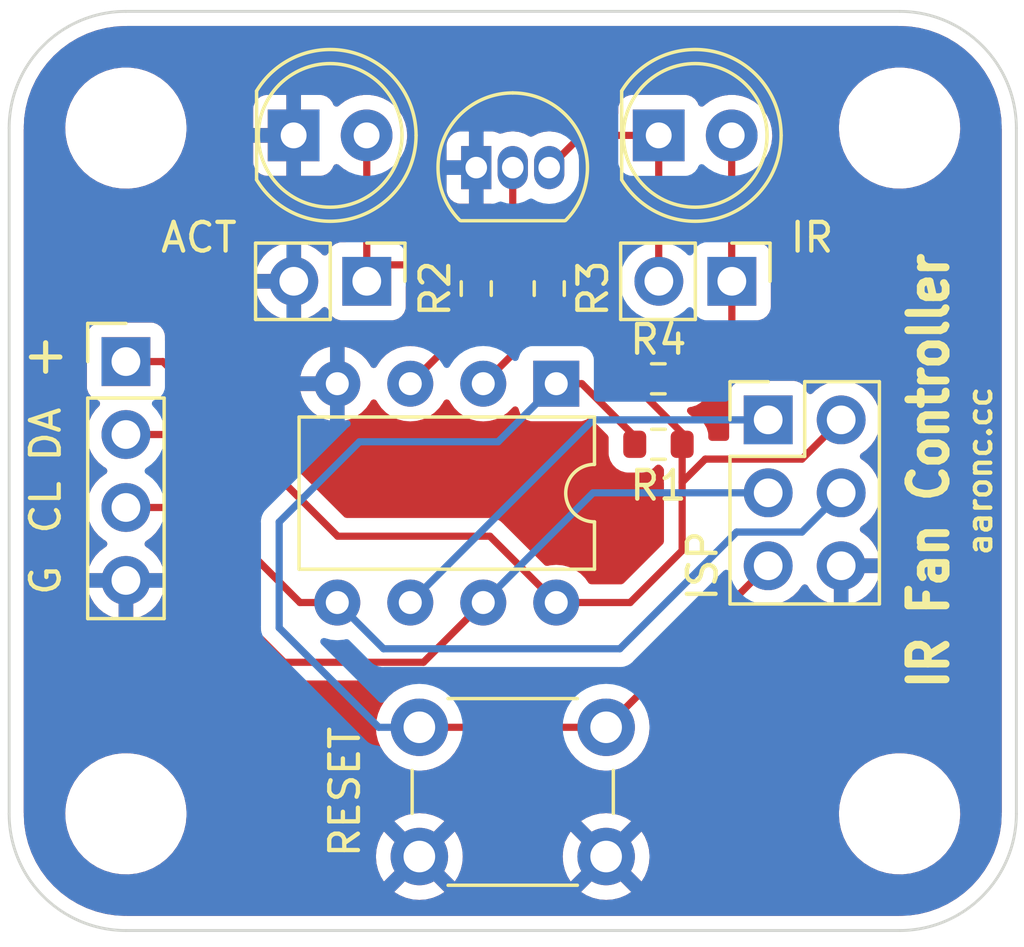
<source format=kicad_pcb>
(kicad_pcb (version 20211014) (generator pcbnew)
  (layers (0 "F.Cu" signal) (31 "B.Cu" signal) (34 "B.Paste" user) (35 "F.Paste" user) (36 "B.SilkS" user "B.Silkscreen") (37 "F.SilkS" user "F.Silkscreen") (38 "B.Mask" user) (39 "F.Mask" user) (44 "Edge.Cuts" user))
  (net 0 "")
  (net 1 "GND")
  (net 2 "Net-(D1-Pad2)")
  (net 3 "Net-(D2-Pad1)")
  (net 4 "Net-(D2-Pad2)")
  (net 5 "MISO")
  (net 6 "VCC")
  (net 7 "SCK")
  (net 8 "MOSI")
  (net 9 "RESET")
  (net 10 "Net-(Q1-Pad2)")
  (net 11 "ACT_LED")
  (net 12 "IR_LED")
  (footprint "Connector_PinHeader_2.54mm:PinHeader_2x03_P2.54mm_Vertical" (layer "F.Cu") (at 123.444 134.62)
    (fp_text reference "J1" hide)
    (fp_text value "Conn_02x03_Odd_Even" hide)
    (fp_line (start -1.33 6.41) (end 3.87 6.41) (layer "F.SilkS") (width 0.12))
    (fp_line (start -1.33 1.27) (end -1.33 6.41) (layer "F.SilkS") (width 0.12))
    (fp_line (start -1.33 -1.33) (end 0 -1.33) (layer "F.SilkS") (width 0.12))
    (fp_line (start 1.27 -1.33) (end 3.87 -1.33) (layer "F.SilkS") (width 0.12))
    (fp_line (start 3.87 -1.33) (end 3.87 6.41) (layer "F.SilkS") (width 0.12))
    (fp_line (start -1.33 0) (end -1.33 -1.33) (layer "F.SilkS") (width 0.12))
    (fp_line (start -1.33 1.27) (end 1.27 1.27) (layer "F.SilkS") (width 0.12))
    (fp_line (start 1.27 1.27) (end 1.27 -1.33) (layer "F.SilkS") (width 0.12))
    (pad "1" thru_hole rect locked (at 0 0) (size 1.7 1.7) (drill 1) (layers *.Cu *.Mask) (net 5 "MISO"))
    (pad "2" thru_hole oval locked (at 2.54 0) (size 1.7 1.7) (drill 1) (layers *.Cu *.Mask) (net 6 "VCC"))
    (pad "3" thru_hole oval locked (at 0 2.54) (size 1.7 1.7) (drill 1) (layers *.Cu *.Mask) (net 7 "SCK"))
    (pad "4" thru_hole oval locked (at 2.54 2.54) (size 1.7 1.7) (drill 1) (layers *.Cu *.Mask) (net 8 "MOSI"))
    (pad "5" thru_hole oval locked (at 0 5.08) (size 1.7 1.7) (drill 1) (layers *.Cu *.Mask) (net 9 "RESET"))
    (pad "6" thru_hole oval locked (at 2.54 5.08) (size 1.7 1.7) (drill 1) (layers *.Cu *.Mask) (net 1 "GND"))
  )
  (footprint "LED_THT:LED_D5.0mm" (layer "F.Cu") (at 119.634 124.714)
    (fp_text reference "D2" hide)
    (fp_text value "LED" hide)
    (fp_line (start -1.29 -1.545) (end -1.29 1.545) (layer "F.SilkS") (width 0.12))
    (fp_arc (start 4.26 -0.000462) (mid 2.072002 2.880433) (end -1.29 1.54483) (layer "F.SilkS") (width 0.12))
    (fp_arc (start -1.29 -1.54483) (mid 2.072002 -2.880433) (end 4.26 0.000462) (layer "F.SilkS") (width 0.12))
    (fp_circle (center 1.27 0) (end 3.77 0) (layer "F.SilkS") (width 0.12) (fill none))
    (pad "1" thru_hole rect locked (at 0 0) (size 1.8 1.8) (drill 0.9) (layers *.Cu *.Mask) (net 3 "Net-(D2-Pad1)"))
    (pad "2" thru_hole circle locked (at 2.54 0) (size 1.8 1.8) (drill 0.9) (layers *.Cu *.Mask) (net 4 "Net-(D2-Pad2)"))
  )
  (footprint "Resistor_SMD:R_0603_1608Metric" (layer "F.Cu") (at 113.284 130.048 90)
    (fp_text reference "R2" (at 0 -1.43 90) (layer "F.SilkS"))
    (fp_text value "330" hide)
    (fp_line (start -0.237258 0.5225) (end 0.237258 0.5225) (layer "F.SilkS") (width 0.12))
    (fp_line (start -0.237258 -0.5225) (end 0.237258 -0.5225) (layer "F.SilkS") (width 0.12))
    (pad "1" smd roundrect locked (at -0.825 0 90) (size 0.8 0.95) (layers "F.Cu" "F.Paste" "F.Mask") (net 11 "ACT_LED"))
    (pad "2" smd roundrect locked (at 0.825 0 90) (size 0.8 0.95) (layers "F.Cu" "F.Paste" "F.Mask") (net 2 "Net-(D1-Pad2)"))
  )
  (footprint "Connector_PinHeader_2.54mm:PinHeader_1x02_P2.54mm_Vertical" (layer "F.Cu") (at 109.474 129.794 -90)
    (fp_text reference "J4" hide)
    (fp_text value "Conn_01x02_Male" hide)
    (fp_line (start -1.33 0) (end -1.33 -1.33) (layer "F.SilkS") (width 0.12))
    (fp_line (start 1.33 1.27) (end 1.33 3.87) (layer "F.SilkS") (width 0.12))
    (fp_line (start -1.33 1.27) (end -1.33 3.87) (layer "F.SilkS") (width 0.12))
    (fp_line (start -1.33 -1.33) (end 0 -1.33) (layer "F.SilkS") (width 0.12))
    (fp_line (start -1.33 1.27) (end 1.33 1.27) (layer "F.SilkS") (width 0.12))
    (fp_line (start -1.33 3.87) (end 1.33 3.87) (layer "F.SilkS") (width 0.12))
    (pad "1" thru_hole rect locked (at 0 0 270) (size 1.7 1.7) (drill 1) (layers *.Cu *.Mask) (net 2 "Net-(D1-Pad2)"))
    (pad "2" thru_hole oval locked (at 0 2.54 270) (size 1.7 1.7) (drill 1) (layers *.Cu *.Mask) (net 1 "GND"))
  )
  (footprint "Connector_PinHeader_2.54mm:PinHeader_1x04_P2.54mm_Vertical" (layer "F.Cu") (at 101.092 132.59)
    (fp_text reference "J2" hide)
    (fp_text value "Conn_01x04_Male" hide)
    (fp_line (start -1.33 1.27) (end -1.33 8.95) (layer "F.SilkS") (width 0.12))
    (fp_line (start -1.33 8.95) (end 1.33 8.95) (layer "F.SilkS") (width 0.12))
    (fp_line (start 1.33 1.27) (end 1.33 8.95) (layer "F.SilkS") (width 0.12))
    (fp_line (start -1.33 1.27) (end 1.33 1.27) (layer "F.SilkS") (width 0.12))
    (fp_line (start -1.33 0) (end -1.33 -1.33) (layer "F.SilkS") (width 0.12))
    (fp_line (start -1.33 -1.33) (end 0 -1.33) (layer "F.SilkS") (width 0.12))
    (pad "1" thru_hole rect locked (at 0 0) (size 1.7 1.7) (drill 1) (layers *.Cu *.Mask) (net 6 "VCC"))
    (pad "2" thru_hole oval locked (at 0 2.54) (size 1.7 1.7) (drill 1) (layers *.Cu *.Mask) (net 8 "MOSI"))
    (pad "3" thru_hole oval locked (at 0 5.08) (size 1.7 1.7) (drill 1) (layers *.Cu *.Mask) (net 7 "SCK"))
    (pad "4" thru_hole oval locked (at 0 7.62) (size 1.7 1.7) (drill 1) (layers *.Cu *.Mask) (net 1 "GND"))
  )
  (footprint "Button_Switch_THT:SW_PUSH_6mm" (layer "F.Cu") (at 117.804 149.824 180)
    (fp_text reference "SW1" hide)
    (fp_text value "SW_Push" hide)
    (fp_line (start 1 5.5) (end 5.5 5.5) (layer "F.SilkS") (width 0.12))
    (fp_line (start -0.25 1.5) (end -0.25 3) (layer "F.SilkS") (width 0.12))
    (fp_line (start 6.75 3) (end 6.75 1.5) (layer "F.SilkS") (width 0.12))
    (fp_line (start 5.5 -1) (end 1 -1) (layer "F.SilkS") (width 0.12))
    (pad "1" thru_hole circle locked (at 6.5 0 270) (size 2 2) (drill 1.1) (layers *.Cu *.Mask) (net 1 "GND"))
    (pad "1" thru_hole circle locked (at 0 0 270) (size 2 2) (drill 1.1) (layers *.Cu *.Mask) (net 1 "GND"))
    (pad "2" thru_hole circle locked (at 0 4.5 270) (size 2 2) (drill 1.1) (layers *.Cu *.Mask) (net 9 "RESET"))
    (pad "2" thru_hole circle locked (at 6.5 4.5 270) (size 2 2) (drill 1.1) (layers *.Cu *.Mask) (net 9 "RESET"))
  )
  (footprint "MountingHole:MountingHole_3.2mm_M3" (layer "F.Cu") (at 128.016 148.336)
    (fp_text reference "REF**" hide)
    (fp_text value "MountingHole_3.2mm_M3" hide)
    (pad "" np_thru_hole circle locked (at 0 0) (size 3.2 3.2) (drill 3.2) (layers *.Cu *.Mask))
  )
  (footprint "MountingHole:MountingHole_3.2mm_M3" (layer "F.Cu") (at 101.092 124.46)
    (fp_text reference "REF**" hide)
    (fp_text value "MountingHole_3.2mm_M3" hide)
    (pad "" np_thru_hole circle locked (at 0 0) (size 3.2 3.2) (drill 3.2) (layers *.Cu *.Mask))
  )
  (footprint "Connector_PinHeader_2.54mm:PinHeader_1x02_P2.54mm_Vertical" (layer "F.Cu") (at 122.179 129.794 -90)
    (fp_text reference "J3" hide)
    (fp_text value "Conn_01x02_Male" hide)
    (fp_line (start 1.33 1.27) (end 1.33 3.87) (layer "F.SilkS") (width 0.12))
    (fp_line (start -1.33 3.87) (end 1.33 3.87) (layer "F.SilkS") (width 0.12))
    (fp_line (start -1.33 1.27) (end -1.33 3.87) (layer "F.SilkS") (width 0.12))
    (fp_line (start -1.33 -1.33) (end 0 -1.33) (layer "F.SilkS") (width 0.12))
    (fp_line (start -1.33 1.27) (end 1.33 1.27) (layer "F.SilkS") (width 0.12))
    (fp_line (start -1.33 0) (end -1.33 -1.33) (layer "F.SilkS") (width 0.12))
    (pad "1" thru_hole rect locked (at 0 0 270) (size 1.7 1.7) (drill 1) (layers *.Cu *.Mask) (net 4 "Net-(D2-Pad2)"))
    (pad "2" thru_hole oval locked (at 0 2.54 270) (size 1.7 1.7) (drill 1) (layers *.Cu *.Mask) (net 3 "Net-(D2-Pad1)"))
  )
  (footprint "MountingHole:MountingHole_3.2mm_M3" (layer "F.Cu") (at 101.092 148.336)
    (fp_text reference "REF**" hide)
    (fp_text value "MountingHole_3.2mm_M3" hide)
    (pad "" np_thru_hole circle locked (at 0 0) (size 3.2 3.2) (drill 3.2) (layers *.Cu *.Mask))
  )
  (footprint "Package_DIP:DIP-8_W7.62mm" (layer "F.Cu") (at 116.068 133.36 -90)
    (fp_text reference "U1" hide)
    (fp_text value "ATtiny85-20P" hide)
    (fp_line (start 6.46 -1.33) (end 4.81 -1.33) (layer "F.SilkS") (width 0.12))
    (fp_line (start 1.16 -1.33) (end 1.16 8.95) (layer "F.SilkS") (width 0.12))
    (fp_line (start 1.16 8.95) (end 6.46 8.95) (layer "F.SilkS") (width 0.12))
    (fp_line (start 6.46 8.95) (end 6.46 -1.33) (layer "F.SilkS") (width 0.12))
    (fp_line (start 2.81 -1.33) (end 1.16 -1.33) (layer "F.SilkS") (width 0.12))
    (fp_arc (start 4.81 -1.33) (mid 3.81 -0.33) (end 2.81 -1.33) (layer "F.SilkS") (width 0.12))
    (pad "1" thru_hole rect locked (at 0 0 270) (size 1.6 1.6) (drill 0.8) (layers *.Cu *.Mask) (net 9 "RESET"))
    (pad "2" thru_hole oval locked (at 0 2.54 270) (size 1.6 1.6) (drill 0.8) (layers *.Cu *.Mask) (net 12 "IR_LED"))
    (pad "3" thru_hole oval locked (at 0 5.08 270) (size 1.6 1.6) (drill 0.8) (layers *.Cu *.Mask) (net 11 "ACT_LED"))
    (pad "4" thru_hole oval locked (at 0 7.62 270) (size 1.6 1.6) (drill 0.8) (layers *.Cu *.Mask) (net 1 "GND"))
    (pad "5" thru_hole oval locked (at 7.62 7.62 270) (size 1.6 1.6) (drill 0.8) (layers *.Cu *.Mask) (net 8 "MOSI"))
    (pad "6" thru_hole oval locked (at 7.62 5.08 270) (size 1.6 1.6) (drill 0.8) (layers *.Cu *.Mask) (net 5 "MISO"))
    (pad "7" thru_hole oval locked (at 7.62 2.54 270) (size 1.6 1.6) (drill 0.8) (layers *.Cu *.Mask) (net 7 "SCK"))
    (pad "8" thru_hole oval locked (at 7.62 0 270) (size 1.6 1.6) (drill 0.8) (layers *.Cu *.Mask) (net 6 "VCC"))
  )
  (footprint "Resistor_SMD:R_0603_1608Metric" (layer "F.Cu") (at 119.625 135.47)
    (fp_text reference "R1" (at 0 1.436) (layer "F.SilkS"))
    (fp_text value "10K" hide)
    (fp_line (start -0.237258 0.5225) (end 0.237258 0.5225) (layer "F.SilkS") (width 0.12))
    (fp_line (start -0.237258 -0.5225) (end 0.237258 -0.5225) (layer "F.SilkS") (width 0.12))
    (pad "1" smd roundrect locked (at -0.825 0) (size 0.8 0.95) (layers "F.Cu" "F.Paste" "F.Mask") (net 9 "RESET"))
    (pad "2" smd roundrect locked (at 0.825 0) (size 0.8 0.95) (layers "F.Cu" "F.Paste" "F.Mask") (net 6 "VCC"))
  )
  (footprint "MountingHole:MountingHole_3.2mm_M3" (layer "F.Cu") (at 128.016 124.46)
    (fp_text reference "REF**" hide)
    (fp_text value "MountingHole_3.2mm_M3" hide)
    (pad "" np_thru_hole circle locked (at 0 0) (size 3.2 3.2) (drill 3.2) (layers *.Cu *.Mask))
  )
  (footprint "LED_THT:LED_D5.0mm" (layer "F.Cu") (at 106.929 124.714)
    (fp_text reference "D1" hide)
    (fp_text value "LED" hide)
    (fp_line (start -1.29 -1.545) (end -1.29 1.545) (layer "F.SilkS") (width 0.12))
    (fp_arc (start 4.26 -0.000462) (mid 2.072002 2.880433) (end -1.29 1.54483) (layer "F.SilkS") (width 0.12))
    (fp_arc (start -1.29 -1.54483) (mid 2.072002 -2.880433) (end 4.26 0.000462) (layer "F.SilkS") (width 0.12))
    (fp_circle (center 1.27 0) (end 3.77 0) (layer "F.SilkS") (width 0.12) (fill none))
    (pad "1" thru_hole rect locked (at 0 0) (size 1.8 1.8) (drill 0.9) (layers *.Cu *.Mask) (net 1 "GND"))
    (pad "2" thru_hole circle locked (at 2.54 0) (size 1.8 1.8) (drill 0.9) (layers *.Cu *.Mask) (net 2 "Net-(D1-Pad2)"))
  )
  (footprint "Resistor_SMD:R_0603_1608Metric" (layer "F.Cu") (at 119.62 133.19)
    (fp_text reference "R4" (at 0 -1.364) (layer "F.SilkS"))
    (fp_text value "47" hide)
    (fp_line (start -0.237258 0.5225) (end 0.237258 0.5225) (layer "F.SilkS") (width 0.12))
    (fp_line (start -0.237258 -0.5225) (end 0.237258 -0.5225) (layer "F.SilkS") (width 0.12))
    (pad "1" smd roundrect locked (at -0.825 0) (size 0.8 0.95) (layers "F.Cu" "F.Paste" "F.Mask") (net 6 "VCC"))
    (pad "2" smd roundrect locked (at 0.825 0) (size 0.8 0.95) (layers "F.Cu" "F.Paste" "F.Mask") (net 4 "Net-(D2-Pad2)"))
  )
  (footprint "Resistor_SMD:R_0603_1608Metric" (layer "F.Cu") (at 115.824 130.048 90)
    (fp_text reference "R3" (at 0 1.524 90) (layer "F.SilkS"))
    (fp_text value "1K" hide)
    (fp_line (start -0.237258 0.5225) (end 0.237258 0.5225) (layer "F.SilkS") (width 0.12))
    (fp_line (start -0.237258 -0.5225) (end 0.237258 -0.5225) (layer "F.SilkS") (width 0.12))
    (pad "1" smd roundrect locked (at -0.825 0 90) (size 0.8 0.95) (layers "F.Cu" "F.Paste" "F.Mask") (net 12 "IR_LED"))
    (pad "2" smd roundrect locked (at 0.825 0 90) (size 0.8 0.95) (layers "F.Cu" "F.Paste" "F.Mask") (net 10 "Net-(Q1-Pad2)"))
  )
  (footprint "Package_TO_SOT_THT:TO-92_Inline" (layer "F.Cu") (at 113.284 125.836)
    (fp_text reference "Q1" hide)
    (fp_text value "2N3904")
    (fp_line (start -0.53 1.85) (end 3.07 1.85) (layer "F.SilkS") (width 0.12))
    (fp_arc (start -0.568478 1.838478) (mid -1.132087 -0.994977) (end 1.27 -2.6) (layer "F.SilkS") (width 0.12))
    (fp_arc (start 1.27 -2.6) (mid 3.672087 -0.994977) (end 3.108478 1.838478) (layer "F.SilkS") (width 0.12))
    (pad "1" thru_hole rect locked (at 0 0) (size 1.05 1.5) (drill 0.75) (layers *.Cu *.Mask) (net 1 "GND"))
    (pad "2" thru_hole oval locked (at 1.27 0) (size 1.05 1.5) (drill 0.75) (layers *.Cu *.Mask) (net 10 "Net-(Q1-Pad2)"))
    (pad "3" thru_hole oval locked (at 2.54 0) (size 1.05 1.5) (drill 0.75) (layers *.Cu *.Mask) (net 3 "Net-(D2-Pad1)"))
  )
  (gr_line (start 132.08 124.46) (end 132.08 148.336) (layer "Edge.Cuts") (width 0.1))
  (gr_arc (start 97.028 124.46) (mid 98.218318 121.586318) (end 101.092 120.396) (layer "Edge.Cuts") (width 0.1))
  (gr_line (start 97.028 124.46) (end 97.028 148.336) (layer "Edge.Cuts") (width 0.1))
  (gr_arc (start 128.016 120.396) (mid 130.889682 121.586318) (end 132.08 124.46) (layer "Edge.Cuts") (width 0.1))
  (gr_line (start 101.092 120.396) (end 128.016 120.396) (layer "Edge.Cuts") (width 0.1))
  (gr_arc (start 132.08 148.336) (mid 130.889682 151.209682) (end 128.016 152.4) (layer "Edge.Cuts") (width 0.1))
  (gr_arc (start 101.092 152.4) (mid 98.218318 151.209682) (end 97.028 148.336) (layer "Edge.Cuts") (width 0.1))
  (gr_line (start 101.092 152.4) (end 128.016 152.4) (layer "Edge.Cuts") (width 0.1))
  (gr_text "DA" (at 98.298 135.128 90) (layer "F.SilkS") (effects (font (size 1 1))))
  (gr_text "ISP" (at 121.158 139.7 90) (layer "F.SilkS") (effects (font (size 1 1))))
  (gr_text "CL" (at 98.298 137.668 90) (layer "F.SilkS") (effects (font (size 1 1))))
  (gr_text "RESET" (at 108.712 147.574 90) (layer "F.SilkS") (effects (font (size 1 1))))
  (gr_text "+" (at 98.298 132.334) (layer "F.SilkS") (effects (font (size 1.3 1.3) (thickness 0.18))))
  (gr_text "G" (at 98.298 140.208 90) (layer "F.SilkS") (effects (font (size 1 1))))
  (gr_text "IR" (at 124.968 128.27) (layer "F.SilkS") (effects (font (size 1 1))))
  (gr_text "aaronc.cc" (at 130.81 136.398 90) (layer "F.SilkS") (effects (font (size 0.8 0.8))))
  (gr_text "ACT" (at 103.632 128.27) (layer "F.SilkS") (effects (font (size 1 1))))
  (gr_text "IR Fan Controller" (at 129.032 136.398 90) (layer "F.SilkS") (effects (font (size 1.3 1.15) (thickness 0.27))))
  (segment (start 113.284 129.223) (end 110.045 129.223) (width 0.25) (layer "F.Cu") (net 2))
  (segment (start 109.474 129.794) (end 109.474 124.719) (width 0.25) (layer "F.Cu") (net 2))
  (segment (start 109.474 124.719) (end 109.469 124.714) (width 0.25) (layer "F.Cu") (net 2))
  (segment (start 110.045 129.223) (end 109.474 129.794) (width 0.25) (layer "F.Cu") (net 2))
  (segment (start 119.634 124.714) (end 119.634 129.789) (width 0.25) (layer "F.Cu") (net 3))
  (segment (start 119.634 124.714) (end 116.946 124.714) (width 0.25) (layer "F.Cu") (net 3))
  (segment (start 116.946 124.714) (end 115.824 125.836) (width 0.25) (layer "F.Cu") (net 3))
  (segment (start 119.634 129.789) (end 119.639 129.794) (width 0.25) (layer "F.Cu") (net 3))
  (segment (start 120.445 133.19) (end 120.445 133.115) (width 0.25) (layer "F.Cu") (net 4))
  (segment (start 122.174 124.714) (end 122.174 129.789) (width 0.25) (layer "F.Cu") (net 4))
  (segment (start 122.174 129.789) (end 122.179 129.794) (width 0.25) (layer "F.Cu") (net 4))
  (segment (start 122.179 131.381) (end 122.179 129.794) (width 0.25) (layer "F.Cu") (net 4))
  (segment (start 120.445 133.115) (end 122.179 131.381) (width 0.25) (layer "F.Cu") (net 4))
  (segment (start 110.988 140.98) (end 117.348 134.62) (width 0.25) (layer "B.Cu") (net 5))
  (segment (start 117.348 134.62) (end 123.444 134.62) (width 0.25) (layer "B.Cu") (net 5))
  (segment (start 121.254511 135.985489) (end 124.618511 135.985489) (width 0.25) (layer "F.Cu") (net 6))
  (segment (start 120.45 136.79) (end 120.45 135.47) (width 0.25) (layer "F.Cu") (net 6))
  (segment (start 124.618511 135.985489) (end 125.984 134.62) (width 0.25) (layer "F.Cu") (net 6))
  (segment (start 102.38 132.59) (end 108.46 138.67) (width 0.25) (layer "F.Cu") (net 6))
  (segment (start 118.795 133.425) (end 120.45 135.08) (width 0.25) (layer "F.Cu") (net 6))
  (segment (start 120.45 139.17) (end 120.45 136.79) (width 0.25) (layer "F.Cu") (net 6))
  (segment (start 118.795 133.19) (end 118.795 133.425) (width 0.25) (layer "F.Cu") (net 6))
  (segment (start 118.64 140.98) (end 120.45 139.17) (width 0.25) (layer "F.Cu") (net 6))
  (segment (start 113.758 138.67) (end 116.068 140.98) (width 0.25) (layer "F.Cu") (net 6))
  (segment (start 120.45 136.79) (end 121.254511 135.985489) (width 0.25) (layer "F.Cu") (net 6))
  (segment (start 120.45 135.08) (end 120.45 135.47) (width 0.25) (layer "F.Cu") (net 6))
  (segment (start 108.46 138.67) (end 113.758 138.67) (width 0.25) (layer "F.Cu") (net 6))
  (segment (start 101.092 132.59) (end 102.38 132.59) (width 0.25) (layer "F.Cu") (net 6))
  (segment (start 116.068 140.98) (end 118.64 140.98) (width 0.25) (layer "F.Cu") (net 6))
  (segment (start 102.72 137.67) (end 103.97 138.92) (width 0.25) (layer "F.Cu") (net 7))
  (segment (start 111.448 143.06) (end 113.528 140.98) (width 0.25) (layer "F.Cu") (net 7))
  (segment (start 103.97 140.43) (end 106.6 143.06) (width 0.25) (layer "F.Cu") (net 7))
  (segment (start 101.092 137.67) (end 102.72 137.67) (width 0.25) (layer "F.Cu") (net 7))
  (segment (start 103.97 138.92) (end 103.97 140.43) (width 0.25) (layer "F.Cu") (net 7))
  (segment (start 106.6 143.06) (end 111.448 143.06) (width 0.25) (layer "F.Cu") (net 7))
  (segment (start 117.348 137.16) (end 123.444 137.16) (width 0.25) (layer "B.Cu") (net 7))
  (segment (start 113.528 140.98) (end 117.348 137.16) (width 0.25) (layer "B.Cu") (net 7))
  (segment (start 105.51 139.34) (end 107.15 140.98) (width 0.25) (layer "F.Cu") (net 8))
  (segment (start 101.092 135.13) (end 102.95 135.13) (width 0.25) (layer "F.Cu") (net 8))
  (segment (start 105.51 137.69) (end 105.51 139.34) (width 0.25) (layer "F.Cu") (net 8))
  (segment (start 107.15 140.98) (end 108.448 140.98) (width 0.25) (layer "F.Cu") (net 8))
  (segment (start 102.95 135.13) (end 105.51 137.69) (width 0.25) (layer "F.Cu") (net 8))
  (segment (start 124.618511 138.525489) (end 125.984 137.16) (width 0.25) (layer "B.Cu") (net 8))
  (segment (start 110.058 142.59) (end 118.28 142.59) (width 0.25) (layer "B.Cu") (net 8))
  (segment (start 122.344511 138.525489) (end 124.618511 138.525489) (width 0.25) (layer "B.Cu") (net 8))
  (segment (start 118.28 142.59) (end 122.344511 138.525489) (width 0.25) (layer "B.Cu") (net 8))
  (segment (start 108.448 140.98) (end 110.058 142.59) (width 0.25) (layer "B.Cu") (net 8))
  (segment (start 111.304 145.324) (end 117.804 145.324) (width 0.25) (layer "F.Cu") (net 9))
  (segment (start 118.8 135.2) (end 118.8 135.47) (width 0.25) (layer "F.Cu") (net 9))
  (segment (start 116.96 133.36) (end 118.8 135.2) (width 0.25) (layer "F.Cu") (net 9))
  (segment (start 116.068 133.36) (end 116.96 133.36) (width 0.25) (layer "F.Cu") (net 9))
  (segment (start 117.804 145.324) (end 123.428 139.7) (width 0.25) (layer "F.Cu") (net 9))
  (segment (start 123.428 139.7) (end 123.444 139.7) (width 0.25) (layer "F.Cu") (net 9))
  (segment (start 106.426 141.860213) (end 106.426 138.176) (width 0.25) (layer "B.Cu") (net 9))
  (segment (start 114.046 135.382) (end 116.068 133.36) (width 0.25) (layer "B.Cu") (net 9))
  (segment (start 109.889787 145.324) (end 106.426 141.860213) (width 0.25) (layer "B.Cu") (net 9))
  (segment (start 111.304 145.324) (end 109.889787 145.324) (width 0.25) (layer "B.Cu") (net 9))
  (segment (start 109.22 135.382) (end 114.046 135.382) (width 0.25) (layer "B.Cu") (net 9))
  (segment (start 106.426 138.176) (end 109.22 135.382) (width 0.25) (layer "B.Cu") (net 9))
  (segment (start 115.824 129.223) (end 114.554 127.953) (width 0.25) (layer "F.Cu") (net 10))
  (segment (start 114.554 127.953) (end 114.554 125.836) (width 0.25) (layer "F.Cu") (net 10))
  (segment (start 113.284 131.064) (end 113.284 130.873) (width 0.25) (layer "F.Cu") (net 11))
  (segment (start 110.988 133.36) (end 113.284 131.064) (width 0.25) (layer "F.Cu") (net 11))
  (segment (start 113.528 133.36) (end 115.824 131.064) (width 0.25) (layer "F.Cu") (net 12))
  (segment (start 115.824 131.064) (end 115.824 130.873) (width 0.25) (layer "F.Cu") (net 12))
  (zone (net 1) (net_name "GND") (layers F&B.Cu) (connect_pads (clearance 0.508)) (min_thickness 0.254) (fill yes (thermal_gap 0.508) (thermal_bridge_width 0.508))
    (polygon (pts (xy 132.37 152.97) (xy 96.71 152.97) (xy 96.71 120) (xy 132.37 120)))
  )
)
</source>
